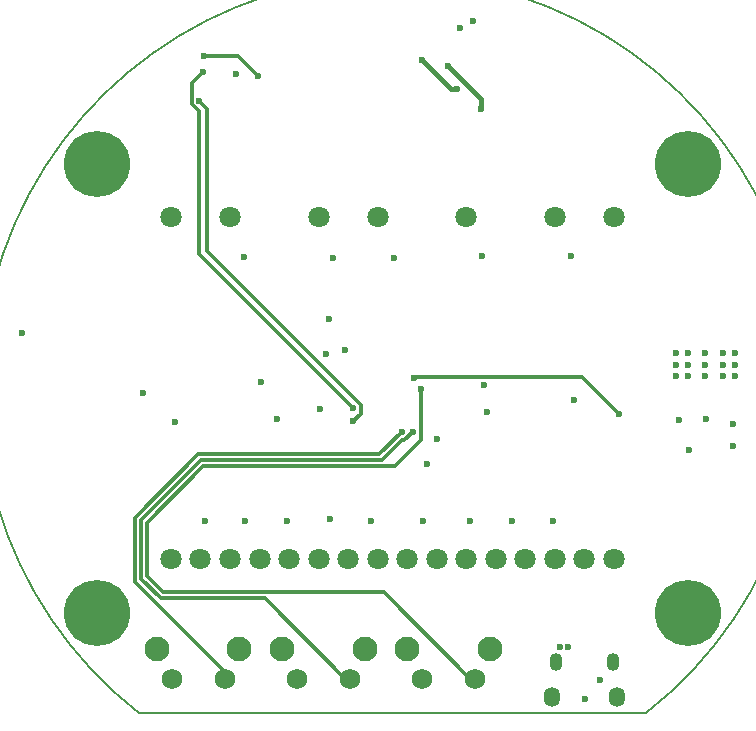
<source format=gbl>
G04 #@! TF.GenerationSoftware,KiCad,Pcbnew,7.0.7-7.0.7~ubuntu22.04.1*
G04 #@! TF.CreationDate,2023-10-29T13:36:20+01:00*
G04 #@! TF.ProjectId,vfd1,76666431-2e6b-4696-9361-645f70636258,rev?*
G04 #@! TF.SameCoordinates,Original*
G04 #@! TF.FileFunction,Copper,L4,Bot*
G04 #@! TF.FilePolarity,Positive*
%FSLAX46Y46*%
G04 Gerber Fmt 4.6, Leading zero omitted, Abs format (unit mm)*
G04 Created by KiCad (PCBNEW 7.0.7-7.0.7~ubuntu22.04.1) date 2023-10-29 13:36:20*
%MOMM*%
%LPD*%
G01*
G04 APERTURE LIST*
G04 #@! TA.AperFunction,ComponentPad*
%ADD10C,2.100000*%
G04 #@! TD*
G04 #@! TA.AperFunction,ComponentPad*
%ADD11C,1.750000*%
G04 #@! TD*
G04 #@! TA.AperFunction,ComponentPad*
%ADD12C,5.600000*%
G04 #@! TD*
G04 #@! TA.AperFunction,ComponentPad*
%ADD13O,1.350000X1.700000*%
G04 #@! TD*
G04 #@! TA.AperFunction,ComponentPad*
%ADD14O,1.100000X1.500000*%
G04 #@! TD*
G04 #@! TA.AperFunction,ComponentPad*
%ADD15C,1.800000*%
G04 #@! TD*
G04 #@! TA.AperFunction,ViaPad*
%ADD16C,0.600000*%
G04 #@! TD*
G04 #@! TA.AperFunction,Conductor*
%ADD17C,0.304800*%
G04 #@! TD*
G04 #@! TA.AperFunction,Conductor*
%ADD18C,0.406400*%
G04 #@! TD*
G04 #@! TA.AperFunction,Profile*
%ADD19C,0.150000*%
G04 #@! TD*
G04 APERTURE END LIST*
D10*
X197250000Y-93110000D03*
X190240000Y-93110000D03*
D11*
X196000000Y-95600000D03*
X191500000Y-95600000D03*
D12*
X164000000Y-52000000D03*
X214000000Y-90000000D03*
D10*
X176050000Y-93110000D03*
X169040000Y-93110000D03*
D11*
X174800000Y-95600000D03*
X170300000Y-95600000D03*
D13*
X202535000Y-97175000D03*
D14*
X202845000Y-94175000D03*
X207685000Y-94175000D03*
D13*
X207995000Y-97175000D03*
D10*
X186650000Y-93110000D03*
X179640000Y-93110000D03*
D11*
X185400000Y-95600000D03*
X180900000Y-95600000D03*
D12*
X214000000Y-52000000D03*
X164000000Y-90000000D03*
D15*
X207750000Y-85500000D03*
X205250000Y-85500000D03*
X202750000Y-85500000D03*
X200250000Y-85500000D03*
X197750000Y-85500000D03*
X195250000Y-85500000D03*
X192750000Y-85500000D03*
X190250000Y-85500000D03*
X187750000Y-85500000D03*
X185250000Y-85500000D03*
X182750000Y-85500000D03*
X180250000Y-85500000D03*
X177750000Y-85500000D03*
X175250000Y-85500000D03*
X172750000Y-85500000D03*
X170250000Y-85500000D03*
X170250000Y-56500000D03*
X175250000Y-56500000D03*
X182750000Y-56500000D03*
X187750000Y-56500000D03*
X195250000Y-56500000D03*
X202750000Y-56500000D03*
X207750000Y-56500000D03*
D16*
X214075000Y-76225000D03*
X191900000Y-77400000D03*
X194700000Y-40499992D03*
X170600000Y-73900000D03*
X183597600Y-65146672D03*
X184995000Y-67801000D03*
X206600000Y-95700000D03*
X179200000Y-73600000D03*
X157600000Y-66300000D03*
X205300000Y-97300000D03*
X175725000Y-44428527D03*
X195800000Y-39900000D03*
X204400000Y-71958200D03*
X196717058Y-70738683D03*
X177900000Y-70500000D03*
X213246000Y-73700000D03*
X177625000Y-44600012D03*
X203900000Y-92900000D03*
X173025000Y-42900000D03*
X167899996Y-71400000D03*
X217846000Y-74000000D03*
X203200000Y-92900000D03*
X217846000Y-75900000D03*
X193696800Y-43729143D03*
X196500000Y-47340000D03*
X190800000Y-70100000D03*
X208200000Y-73200000D03*
X215500000Y-70000000D03*
X173100000Y-82200000D03*
X189100000Y-60000000D03*
X217000000Y-68000000D03*
X213000000Y-68000000D03*
X204100000Y-59800000D03*
X214000000Y-68000000D03*
X196600000Y-59800000D03*
X199100000Y-82200000D03*
X183950000Y-60000000D03*
X218000000Y-68000000D03*
X192786000Y-75338000D03*
X202600000Y-82200000D03*
X180100000Y-82200000D03*
X195600000Y-82200000D03*
X213000000Y-70000000D03*
X215500000Y-69000000D03*
X183397000Y-68103000D03*
X182838600Y-72738600D03*
X187200000Y-82200000D03*
X217000000Y-70000000D03*
X176500000Y-82200000D03*
X176400000Y-59900000D03*
X215546000Y-73600000D03*
X213000000Y-69000000D03*
X218000000Y-69000000D03*
X218000000Y-70000000D03*
X217000000Y-69000000D03*
X183700000Y-82100000D03*
X214000000Y-69000000D03*
X214000000Y-70000000D03*
X197000000Y-73000000D03*
X191600000Y-82200000D03*
X215500000Y-68000000D03*
X185688683Y-72688683D03*
X172925000Y-44200000D03*
X172652400Y-46688683D03*
X185700000Y-73800000D03*
X190700000Y-74700000D03*
X191411000Y-71100000D03*
X189788683Y-74688683D03*
X191500000Y-43250000D03*
X194500000Y-45700000D03*
D17*
X173025000Y-42900000D02*
X175924988Y-42900000D01*
X175924988Y-42900000D02*
X177625000Y-44600012D01*
D18*
X193729143Y-43729143D02*
X196500000Y-46500000D01*
X193696800Y-43729143D02*
X193729143Y-43729143D01*
X196500000Y-46500000D02*
X196500000Y-47340000D01*
D17*
X205086283Y-70086283D02*
X208200000Y-73200000D01*
X190813717Y-70086283D02*
X205086283Y-70086283D01*
X190800000Y-70100000D02*
X190813717Y-70086283D01*
X172000000Y-46958916D02*
X172600000Y-47558916D01*
X172600000Y-59600000D02*
X185688683Y-72688683D01*
X172600000Y-47558916D02*
X172600000Y-59600000D01*
X172925000Y-44200000D02*
X172000000Y-45125000D01*
X172000000Y-45125000D02*
X172000000Y-46958916D01*
X173300000Y-47336283D02*
X172652400Y-46688683D01*
X186341083Y-72418450D02*
X173300000Y-59377367D01*
X186341083Y-73158917D02*
X186341083Y-72418450D01*
X185700000Y-73800000D02*
X186341083Y-73158917D01*
X173300000Y-59377367D02*
X173300000Y-47336283D01*
X167695200Y-87109095D02*
X167695200Y-82190904D01*
X178180841Y-88780841D02*
X169366945Y-88780841D01*
X172781305Y-77104800D02*
X188086462Y-77104800D01*
X185400000Y-96000000D02*
X178180841Y-88780841D01*
X169366945Y-88780841D02*
X167695200Y-87109095D01*
X167695200Y-82190904D02*
X172781305Y-77104800D01*
X190004800Y-75395200D02*
X190700000Y-74700000D01*
X188086462Y-77104800D02*
X189796061Y-75395200D01*
X189796061Y-75395200D02*
X190004800Y-75395200D01*
X172990400Y-77609600D02*
X189190400Y-77609600D01*
X188276041Y-88276041D02*
X169576041Y-88276041D01*
X168200000Y-86900000D02*
X168200000Y-82400000D01*
X189190400Y-77609600D02*
X191411000Y-75389000D01*
X191411000Y-75389000D02*
X191411000Y-71100000D01*
X169576041Y-88276041D02*
X168200000Y-86900000D01*
X196000000Y-96000000D02*
X188276041Y-88276041D01*
X168200000Y-82400000D02*
X172990400Y-77609600D01*
X167190400Y-81981808D02*
X172572211Y-76600000D01*
X172572211Y-76600000D02*
X187877366Y-76600000D01*
X174800000Y-95000000D02*
X167190400Y-87390400D01*
X174800000Y-96000000D02*
X174800000Y-95000000D01*
X167190400Y-87390400D02*
X167190400Y-81981808D01*
X187877366Y-76600000D02*
X189788683Y-74688683D01*
D18*
X193950000Y-45700000D02*
X194500000Y-45700000D01*
X191500000Y-43250000D02*
X193950000Y-45700000D01*
D19*
X210502311Y-98461865D02*
G75*
G03*
X167509630Y-98471210I-21502311J27461865D01*
G01*
X210502311Y-98461866D02*
X167509629Y-98471211D01*
M02*

</source>
